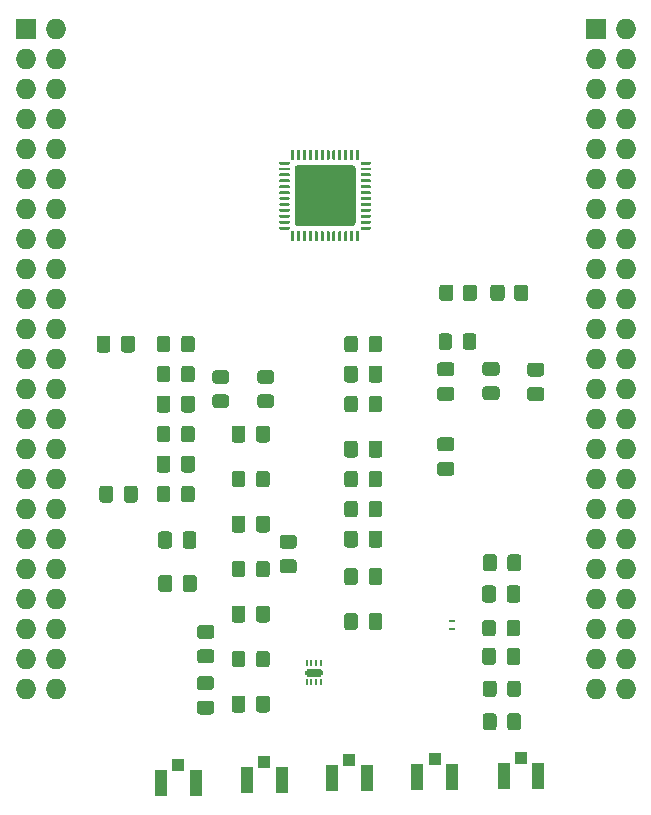
<source format=gbr>
%TF.GenerationSoftware,KiCad,Pcbnew,(5.1.10)-1*%
%TF.CreationDate,2021-09-06T20:05:53-04:00*%
%TF.ProjectId,BeagleBone-Black-Cape,42656167-6c65-4426-9f6e-652d426c6163,rev?*%
%TF.SameCoordinates,Original*%
%TF.FileFunction,Soldermask,Top*%
%TF.FilePolarity,Negative*%
%FSLAX46Y46*%
G04 Gerber Fmt 4.6, Leading zero omitted, Abs format (unit mm)*
G04 Created by KiCad (PCBNEW (5.1.10)-1) date 2021-09-06 20:05:53*
%MOMM*%
%LPD*%
G01*
G04 APERTURE LIST*
%ADD10C,0.152400*%
%ADD11R,0.500000X0.250000*%
%ADD12R,1.244600X0.762000*%
%ADD13R,0.203200X0.558800*%
%ADD14R,1.050000X2.200000*%
%ADD15R,1.000000X1.050000*%
%ADD16R,1.727200X1.727200*%
%ADD17O,1.727200X1.727200*%
G04 APERTURE END LIST*
D10*
%TO.C,U2*%
X140131800Y-116865400D02*
X140131800Y-116967000D01*
X140081000Y-116865400D02*
X140131800Y-116865400D01*
X140081000Y-116967000D02*
X140081000Y-116865400D01*
X140131800Y-116967000D02*
X140081000Y-116967000D01*
X140131800Y-116865400D02*
X140131800Y-116763800D01*
X140081000Y-116865400D02*
X140131800Y-116865400D01*
X140081000Y-116763800D02*
X140081000Y-116865400D01*
X140131800Y-116763800D02*
X140081000Y-116763800D01*
X141376400Y-116865400D02*
X141376400Y-116967000D01*
X141427200Y-116865400D02*
X141376400Y-116865400D01*
X141427200Y-116967000D02*
X141427200Y-116865400D01*
X141376400Y-116967000D02*
X141427200Y-116967000D01*
X141376400Y-116865400D02*
X141376400Y-116763800D01*
X141427200Y-116865400D02*
X141376400Y-116865400D01*
X141427200Y-116763800D02*
X141427200Y-116865400D01*
X141376400Y-116763800D02*
X141427200Y-116763800D01*
%TD*%
D11*
%TO.C,CR13*%
X152488900Y-112527200D03*
X152488900Y-113177200D03*
%TD*%
D12*
%TO.C,U2*%
X140754100Y-116865400D03*
D13*
X141354099Y-117640100D03*
X140954100Y-117640100D03*
X140554100Y-117640100D03*
X140154101Y-117640100D03*
X140154101Y-116090700D03*
X140554100Y-116090700D03*
X140954100Y-116090700D03*
X141354099Y-116090700D03*
%TD*%
%TO.C,Z63*%
G36*
G01*
X156229900Y-120556000D02*
X156229900Y-121506000D01*
G75*
G02*
X155979900Y-121756000I-250000J0D01*
G01*
X155304900Y-121756000D01*
G75*
G02*
X155054900Y-121506000I0J250000D01*
G01*
X155054900Y-120556000D01*
G75*
G02*
X155304900Y-120306000I250000J0D01*
G01*
X155979900Y-120306000D01*
G75*
G02*
X156229900Y-120556000I0J-250000D01*
G01*
G37*
G36*
G01*
X158304900Y-120556000D02*
X158304900Y-121506000D01*
G75*
G02*
X158054900Y-121756000I-250000J0D01*
G01*
X157379900Y-121756000D01*
G75*
G02*
X157129900Y-121506000I0J250000D01*
G01*
X157129900Y-120556000D01*
G75*
G02*
X157379900Y-120306000I250000J0D01*
G01*
X158054900Y-120306000D01*
G75*
G02*
X158304900Y-120556000I0J-250000D01*
G01*
G37*
%TD*%
%TO.C,Z62*%
G36*
G01*
X156229900Y-117786999D02*
X156229900Y-118687001D01*
G75*
G02*
X155979901Y-118937000I-249999J0D01*
G01*
X155329899Y-118937000D01*
G75*
G02*
X155079900Y-118687001I0J249999D01*
G01*
X155079900Y-117786999D01*
G75*
G02*
X155329899Y-117537000I249999J0D01*
G01*
X155979901Y-117537000D01*
G75*
G02*
X156229900Y-117786999I0J-249999D01*
G01*
G37*
G36*
G01*
X158279900Y-117786999D02*
X158279900Y-118687001D01*
G75*
G02*
X158029901Y-118937000I-249999J0D01*
G01*
X157379899Y-118937000D01*
G75*
G02*
X157129900Y-118687001I0J249999D01*
G01*
X157129900Y-117786999D01*
G75*
G02*
X157379899Y-117537000I249999J0D01*
G01*
X158029901Y-117537000D01*
G75*
G02*
X158279900Y-117786999I0J-249999D01*
G01*
G37*
%TD*%
%TO.C,Z61*%
G36*
G01*
X156179100Y-115018800D02*
X156179100Y-115968800D01*
G75*
G02*
X155929100Y-116218800I-250000J0D01*
G01*
X155254100Y-116218800D01*
G75*
G02*
X155004100Y-115968800I0J250000D01*
G01*
X155004100Y-115018800D01*
G75*
G02*
X155254100Y-114768800I250000J0D01*
G01*
X155929100Y-114768800D01*
G75*
G02*
X156179100Y-115018800I0J-250000D01*
G01*
G37*
G36*
G01*
X158254100Y-115018800D02*
X158254100Y-115968800D01*
G75*
G02*
X158004100Y-116218800I-250000J0D01*
G01*
X157329100Y-116218800D01*
G75*
G02*
X157079100Y-115968800I0J250000D01*
G01*
X157079100Y-115018800D01*
G75*
G02*
X157329100Y-114768800I250000J0D01*
G01*
X158004100Y-114768800D01*
G75*
G02*
X158254100Y-115018800I0J-250000D01*
G01*
G37*
%TD*%
%TO.C,Z60*%
G36*
G01*
X157079100Y-113556201D02*
X157079100Y-112656199D01*
G75*
G02*
X157329099Y-112406200I249999J0D01*
G01*
X157979101Y-112406200D01*
G75*
G02*
X158229100Y-112656199I0J-249999D01*
G01*
X158229100Y-113556201D01*
G75*
G02*
X157979101Y-113806200I-249999J0D01*
G01*
X157329099Y-113806200D01*
G75*
G02*
X157079100Y-113556201I0J249999D01*
G01*
G37*
G36*
G01*
X155029100Y-113556201D02*
X155029100Y-112656199D01*
G75*
G02*
X155279099Y-112406200I249999J0D01*
G01*
X155929101Y-112406200D01*
G75*
G02*
X156179100Y-112656199I0J-249999D01*
G01*
X156179100Y-113556201D01*
G75*
G02*
X155929101Y-113806200I-249999J0D01*
G01*
X155279099Y-113806200D01*
G75*
G02*
X155029100Y-113556201I0J249999D01*
G01*
G37*
%TD*%
%TO.C,R54*%
G36*
G01*
X157714900Y-85159001D02*
X157714900Y-84258999D01*
G75*
G02*
X157964899Y-84009000I249999J0D01*
G01*
X158664901Y-84009000D01*
G75*
G02*
X158914900Y-84258999I0J-249999D01*
G01*
X158914900Y-85159001D01*
G75*
G02*
X158664901Y-85409000I-249999J0D01*
G01*
X157964899Y-85409000D01*
G75*
G02*
X157714900Y-85159001I0J249999D01*
G01*
G37*
G36*
G01*
X155714900Y-85159001D02*
X155714900Y-84258999D01*
G75*
G02*
X155964899Y-84009000I249999J0D01*
G01*
X156664901Y-84009000D01*
G75*
G02*
X156914900Y-84258999I0J-249999D01*
G01*
X156914900Y-85159001D01*
G75*
G02*
X156664901Y-85409000I-249999J0D01*
G01*
X155964899Y-85409000D01*
G75*
G02*
X155714900Y-85159001I0J249999D01*
G01*
G37*
%TD*%
%TO.C,R53*%
G36*
G01*
X153380900Y-85159001D02*
X153380900Y-84258999D01*
G75*
G02*
X153630899Y-84009000I249999J0D01*
G01*
X154330901Y-84009000D01*
G75*
G02*
X154580900Y-84258999I0J-249999D01*
G01*
X154580900Y-85159001D01*
G75*
G02*
X154330901Y-85409000I-249999J0D01*
G01*
X153630899Y-85409000D01*
G75*
G02*
X153380900Y-85159001I0J249999D01*
G01*
G37*
G36*
G01*
X151380900Y-85159001D02*
X151380900Y-84258999D01*
G75*
G02*
X151630899Y-84009000I249999J0D01*
G01*
X152330901Y-84009000D01*
G75*
G02*
X152580900Y-84258999I0J-249999D01*
G01*
X152580900Y-85159001D01*
G75*
G02*
X152330901Y-85409000I-249999J0D01*
G01*
X151630899Y-85409000D01*
G75*
G02*
X151380900Y-85159001I0J249999D01*
G01*
G37*
%TD*%
%TO.C,L62*%
G36*
G01*
X145395100Y-94582401D02*
X145395100Y-93682399D01*
G75*
G02*
X145645099Y-93432400I249999J0D01*
G01*
X146295101Y-93432400D01*
G75*
G02*
X146545100Y-93682399I0J-249999D01*
G01*
X146545100Y-94582401D01*
G75*
G02*
X146295101Y-94832400I-249999J0D01*
G01*
X145645099Y-94832400D01*
G75*
G02*
X145395100Y-94582401I0J249999D01*
G01*
G37*
G36*
G01*
X143345100Y-94582401D02*
X143345100Y-93682399D01*
G75*
G02*
X143595099Y-93432400I249999J0D01*
G01*
X144245101Y-93432400D01*
G75*
G02*
X144495100Y-93682399I0J-249999D01*
G01*
X144495100Y-94582401D01*
G75*
G02*
X144245101Y-94832400I-249999J0D01*
G01*
X143595099Y-94832400D01*
G75*
G02*
X143345100Y-94582401I0J249999D01*
G01*
G37*
%TD*%
%TO.C,L55*%
G36*
G01*
X144495100Y-102572399D02*
X144495100Y-103472401D01*
G75*
G02*
X144245101Y-103722400I-249999J0D01*
G01*
X143595099Y-103722400D01*
G75*
G02*
X143345100Y-103472401I0J249999D01*
G01*
X143345100Y-102572399D01*
G75*
G02*
X143595099Y-102322400I249999J0D01*
G01*
X144245101Y-102322400D01*
G75*
G02*
X144495100Y-102572399I0J-249999D01*
G01*
G37*
G36*
G01*
X146545100Y-102572399D02*
X146545100Y-103472401D01*
G75*
G02*
X146295101Y-103722400I-249999J0D01*
G01*
X145645099Y-103722400D01*
G75*
G02*
X145395100Y-103472401I0J249999D01*
G01*
X145395100Y-102572399D01*
G75*
G02*
X145645099Y-102322400I249999J0D01*
G01*
X146295101Y-102322400D01*
G75*
G02*
X146545100Y-102572399I0J-249999D01*
G01*
G37*
%TD*%
%TO.C,L54*%
G36*
G01*
X145395100Y-100932401D02*
X145395100Y-100032399D01*
G75*
G02*
X145645099Y-99782400I249999J0D01*
G01*
X146295101Y-99782400D01*
G75*
G02*
X146545100Y-100032399I0J-249999D01*
G01*
X146545100Y-100932401D01*
G75*
G02*
X146295101Y-101182400I-249999J0D01*
G01*
X145645099Y-101182400D01*
G75*
G02*
X145395100Y-100932401I0J249999D01*
G01*
G37*
G36*
G01*
X143345100Y-100932401D02*
X143345100Y-100032399D01*
G75*
G02*
X143595099Y-99782400I249999J0D01*
G01*
X144245101Y-99782400D01*
G75*
G02*
X144495100Y-100032399I0J-249999D01*
G01*
X144495100Y-100932401D01*
G75*
G02*
X144245101Y-101182400I-249999J0D01*
G01*
X143595099Y-101182400D01*
G75*
G02*
X143345100Y-100932401I0J249999D01*
G01*
G37*
%TD*%
%TO.C,L53*%
G36*
G01*
X152470700Y-88399199D02*
X152470700Y-89299201D01*
G75*
G02*
X152220701Y-89549200I-249999J0D01*
G01*
X151570699Y-89549200D01*
G75*
G02*
X151320700Y-89299201I0J249999D01*
G01*
X151320700Y-88399199D01*
G75*
G02*
X151570699Y-88149200I249999J0D01*
G01*
X152220701Y-88149200D01*
G75*
G02*
X152470700Y-88399199I0J-249999D01*
G01*
G37*
G36*
G01*
X154520700Y-88399199D02*
X154520700Y-89299201D01*
G75*
G02*
X154270701Y-89549200I-249999J0D01*
G01*
X153620699Y-89549200D01*
G75*
G02*
X153370700Y-89299201I0J249999D01*
G01*
X153370700Y-88399199D01*
G75*
G02*
X153620699Y-88149200I249999J0D01*
G01*
X154270701Y-88149200D01*
G75*
G02*
X154520700Y-88399199I0J-249999D01*
G01*
G37*
%TD*%
%TO.C,L52*%
G36*
G01*
X144495100Y-88602399D02*
X144495100Y-89502401D01*
G75*
G02*
X144245101Y-89752400I-249999J0D01*
G01*
X143595099Y-89752400D01*
G75*
G02*
X143345100Y-89502401I0J249999D01*
G01*
X143345100Y-88602399D01*
G75*
G02*
X143595099Y-88352400I249999J0D01*
G01*
X144245101Y-88352400D01*
G75*
G02*
X144495100Y-88602399I0J-249999D01*
G01*
G37*
G36*
G01*
X146545100Y-88602399D02*
X146545100Y-89502401D01*
G75*
G02*
X146295101Y-89752400I-249999J0D01*
G01*
X145645099Y-89752400D01*
G75*
G02*
X145395100Y-89502401I0J249999D01*
G01*
X145395100Y-88602399D01*
G75*
G02*
X145645099Y-88352400I249999J0D01*
G01*
X146295101Y-88352400D01*
G75*
G02*
X146545100Y-88602399I0J-249999D01*
G01*
G37*
%TD*%
%TO.C,C497*%
G36*
G01*
X145395100Y-106037400D02*
X145395100Y-105087400D01*
G75*
G02*
X145645100Y-104837400I250000J0D01*
G01*
X146320100Y-104837400D01*
G75*
G02*
X146570100Y-105087400I0J-250000D01*
G01*
X146570100Y-106037400D01*
G75*
G02*
X146320100Y-106287400I-250000J0D01*
G01*
X145645100Y-106287400D01*
G75*
G02*
X145395100Y-106037400I0J250000D01*
G01*
G37*
G36*
G01*
X143320100Y-106037400D02*
X143320100Y-105087400D01*
G75*
G02*
X143570100Y-104837400I250000J0D01*
G01*
X144245100Y-104837400D01*
G75*
G02*
X144495100Y-105087400I0J-250000D01*
G01*
X144495100Y-106037400D01*
G75*
G02*
X144245100Y-106287400I-250000J0D01*
G01*
X143570100Y-106287400D01*
G75*
G02*
X143320100Y-106037400I0J250000D01*
G01*
G37*
%TD*%
%TO.C,C496*%
G36*
G01*
X152405100Y-98127400D02*
X151455100Y-98127400D01*
G75*
G02*
X151205100Y-97877400I0J250000D01*
G01*
X151205100Y-97202400D01*
G75*
G02*
X151455100Y-96952400I250000J0D01*
G01*
X152405100Y-96952400D01*
G75*
G02*
X152655100Y-97202400I0J-250000D01*
G01*
X152655100Y-97877400D01*
G75*
G02*
X152405100Y-98127400I-250000J0D01*
G01*
G37*
G36*
G01*
X152405100Y-100202400D02*
X151455100Y-100202400D01*
G75*
G02*
X151205100Y-99952400I0J250000D01*
G01*
X151205100Y-99277400D01*
G75*
G02*
X151455100Y-99027400I250000J0D01*
G01*
X152405100Y-99027400D01*
G75*
G02*
X152655100Y-99277400I0J-250000D01*
G01*
X152655100Y-99952400D01*
G75*
G02*
X152405100Y-100202400I-250000J0D01*
G01*
G37*
%TD*%
%TO.C,C492*%
G36*
G01*
X128747100Y-105163600D02*
X128747100Y-106113600D01*
G75*
G02*
X128497100Y-106363600I-250000J0D01*
G01*
X127822100Y-106363600D01*
G75*
G02*
X127572100Y-106113600I0J250000D01*
G01*
X127572100Y-105163600D01*
G75*
G02*
X127822100Y-104913600I250000J0D01*
G01*
X128497100Y-104913600D01*
G75*
G02*
X128747100Y-105163600I0J-250000D01*
G01*
G37*
G36*
G01*
X130822100Y-105163600D02*
X130822100Y-106113600D01*
G75*
G02*
X130572100Y-106363600I-250000J0D01*
G01*
X129897100Y-106363600D01*
G75*
G02*
X129647100Y-106113600I0J250000D01*
G01*
X129647100Y-105163600D01*
G75*
G02*
X129897100Y-104913600I250000J0D01*
G01*
X130572100Y-104913600D01*
G75*
G02*
X130822100Y-105163600I0J-250000D01*
G01*
G37*
%TD*%
%TO.C,C491*%
G36*
G01*
X128772500Y-108846600D02*
X128772500Y-109796600D01*
G75*
G02*
X128522500Y-110046600I-250000J0D01*
G01*
X127847500Y-110046600D01*
G75*
G02*
X127597500Y-109796600I0J250000D01*
G01*
X127597500Y-108846600D01*
G75*
G02*
X127847500Y-108596600I250000J0D01*
G01*
X128522500Y-108596600D01*
G75*
G02*
X128772500Y-108846600I0J-250000D01*
G01*
G37*
G36*
G01*
X130847500Y-108846600D02*
X130847500Y-109796600D01*
G75*
G02*
X130597500Y-110046600I-250000J0D01*
G01*
X129922500Y-110046600D01*
G75*
G02*
X129672500Y-109796600I0J250000D01*
G01*
X129672500Y-108846600D01*
G75*
G02*
X129922500Y-108596600I250000J0D01*
G01*
X130597500Y-108596600D01*
G75*
G02*
X130847500Y-108846600I0J-250000D01*
G01*
G37*
%TD*%
%TO.C,C483*%
G36*
G01*
X157155300Y-108044000D02*
X157155300Y-107094000D01*
G75*
G02*
X157405300Y-106844000I250000J0D01*
G01*
X158080300Y-106844000D01*
G75*
G02*
X158330300Y-107094000I0J-250000D01*
G01*
X158330300Y-108044000D01*
G75*
G02*
X158080300Y-108294000I-250000J0D01*
G01*
X157405300Y-108294000D01*
G75*
G02*
X157155300Y-108044000I0J250000D01*
G01*
G37*
G36*
G01*
X155080300Y-108044000D02*
X155080300Y-107094000D01*
G75*
G02*
X155330300Y-106844000I250000J0D01*
G01*
X156005300Y-106844000D01*
G75*
G02*
X156255300Y-107094000I0J-250000D01*
G01*
X156255300Y-108044000D01*
G75*
G02*
X156005300Y-108294000I-250000J0D01*
G01*
X155330300Y-108294000D01*
G75*
G02*
X155080300Y-108044000I0J250000D01*
G01*
G37*
%TD*%
%TO.C,C482*%
G36*
G01*
X156179100Y-109735600D02*
X156179100Y-110685600D01*
G75*
G02*
X155929100Y-110935600I-250000J0D01*
G01*
X155254100Y-110935600D01*
G75*
G02*
X155004100Y-110685600I0J250000D01*
G01*
X155004100Y-109735600D01*
G75*
G02*
X155254100Y-109485600I250000J0D01*
G01*
X155929100Y-109485600D01*
G75*
G02*
X156179100Y-109735600I0J-250000D01*
G01*
G37*
G36*
G01*
X158254100Y-109735600D02*
X158254100Y-110685600D01*
G75*
G02*
X158004100Y-110935600I-250000J0D01*
G01*
X157329100Y-110935600D01*
G75*
G02*
X157079100Y-110685600I0J250000D01*
G01*
X157079100Y-109735600D01*
G75*
G02*
X157329100Y-109485600I250000J0D01*
G01*
X158004100Y-109485600D01*
G75*
G02*
X158254100Y-109735600I0J-250000D01*
G01*
G37*
%TD*%
%TO.C,C62*%
G36*
G01*
X145395100Y-98417400D02*
X145395100Y-97467400D01*
G75*
G02*
X145645100Y-97217400I250000J0D01*
G01*
X146320100Y-97217400D01*
G75*
G02*
X146570100Y-97467400I0J-250000D01*
G01*
X146570100Y-98417400D01*
G75*
G02*
X146320100Y-98667400I-250000J0D01*
G01*
X145645100Y-98667400D01*
G75*
G02*
X145395100Y-98417400I0J250000D01*
G01*
G37*
G36*
G01*
X143320100Y-98417400D02*
X143320100Y-97467400D01*
G75*
G02*
X143570100Y-97217400I250000J0D01*
G01*
X144245100Y-97217400D01*
G75*
G02*
X144495100Y-97467400I0J-250000D01*
G01*
X144495100Y-98417400D01*
G75*
G02*
X144245100Y-98667400I-250000J0D01*
G01*
X143570100Y-98667400D01*
G75*
G02*
X143320100Y-98417400I0J250000D01*
G01*
G37*
%TD*%
%TO.C,C61*%
G36*
G01*
X144495100Y-91117400D02*
X144495100Y-92067400D01*
G75*
G02*
X144245100Y-92317400I-250000J0D01*
G01*
X143570100Y-92317400D01*
G75*
G02*
X143320100Y-92067400I0J250000D01*
G01*
X143320100Y-91117400D01*
G75*
G02*
X143570100Y-90867400I250000J0D01*
G01*
X144245100Y-90867400D01*
G75*
G02*
X144495100Y-91117400I0J-250000D01*
G01*
G37*
G36*
G01*
X146570100Y-91117400D02*
X146570100Y-92067400D01*
G75*
G02*
X146320100Y-92317400I-250000J0D01*
G01*
X145645100Y-92317400D01*
G75*
G02*
X145395100Y-92067400I0J250000D01*
G01*
X145395100Y-91117400D01*
G75*
G02*
X145645100Y-90867400I250000J0D01*
G01*
X146320100Y-90867400D01*
G75*
G02*
X146570100Y-91117400I0J-250000D01*
G01*
G37*
%TD*%
%TO.C,C59*%
G36*
G01*
X145395100Y-113022400D02*
X145395100Y-112072400D01*
G75*
G02*
X145645100Y-111822400I250000J0D01*
G01*
X146320100Y-111822400D01*
G75*
G02*
X146570100Y-112072400I0J-250000D01*
G01*
X146570100Y-113022400D01*
G75*
G02*
X146320100Y-113272400I-250000J0D01*
G01*
X145645100Y-113272400D01*
G75*
G02*
X145395100Y-113022400I0J250000D01*
G01*
G37*
G36*
G01*
X143320100Y-113022400D02*
X143320100Y-112072400D01*
G75*
G02*
X143570100Y-111822400I250000J0D01*
G01*
X144245100Y-111822400D01*
G75*
G02*
X144495100Y-112072400I0J-250000D01*
G01*
X144495100Y-113022400D01*
G75*
G02*
X144245100Y-113272400I-250000J0D01*
G01*
X143570100Y-113272400D01*
G75*
G02*
X143320100Y-113022400I0J250000D01*
G01*
G37*
%TD*%
%TO.C,C58*%
G36*
G01*
X145395100Y-109212400D02*
X145395100Y-108262400D01*
G75*
G02*
X145645100Y-108012400I250000J0D01*
G01*
X146320100Y-108012400D01*
G75*
G02*
X146570100Y-108262400I0J-250000D01*
G01*
X146570100Y-109212400D01*
G75*
G02*
X146320100Y-109462400I-250000J0D01*
G01*
X145645100Y-109462400D01*
G75*
G02*
X145395100Y-109212400I0J250000D01*
G01*
G37*
G36*
G01*
X143320100Y-109212400D02*
X143320100Y-108262400D01*
G75*
G02*
X143570100Y-108012400I250000J0D01*
G01*
X144245100Y-108012400D01*
G75*
G02*
X144495100Y-108262400I0J-250000D01*
G01*
X144495100Y-109212400D01*
G75*
G02*
X144245100Y-109462400I-250000J0D01*
G01*
X143570100Y-109462400D01*
G75*
G02*
X143320100Y-109212400I0J250000D01*
G01*
G37*
%TD*%
%TO.C,C53*%
G36*
G01*
X151455100Y-92677400D02*
X152405100Y-92677400D01*
G75*
G02*
X152655100Y-92927400I0J-250000D01*
G01*
X152655100Y-93602400D01*
G75*
G02*
X152405100Y-93852400I-250000J0D01*
G01*
X151455100Y-93852400D01*
G75*
G02*
X151205100Y-93602400I0J250000D01*
G01*
X151205100Y-92927400D01*
G75*
G02*
X151455100Y-92677400I250000J0D01*
G01*
G37*
G36*
G01*
X151455100Y-90602400D02*
X152405100Y-90602400D01*
G75*
G02*
X152655100Y-90852400I0J-250000D01*
G01*
X152655100Y-91527400D01*
G75*
G02*
X152405100Y-91777400I-250000J0D01*
G01*
X151455100Y-91777400D01*
G75*
G02*
X151205100Y-91527400I0J250000D01*
G01*
X151205100Y-90852400D01*
G75*
G02*
X151455100Y-90602400I250000J0D01*
G01*
G37*
%TD*%
%TO.C,C52*%
G36*
G01*
X159075100Y-92702800D02*
X160025100Y-92702800D01*
G75*
G02*
X160275100Y-92952800I0J-250000D01*
G01*
X160275100Y-93627800D01*
G75*
G02*
X160025100Y-93877800I-250000J0D01*
G01*
X159075100Y-93877800D01*
G75*
G02*
X158825100Y-93627800I0J250000D01*
G01*
X158825100Y-92952800D01*
G75*
G02*
X159075100Y-92702800I250000J0D01*
G01*
G37*
G36*
G01*
X159075100Y-90627800D02*
X160025100Y-90627800D01*
G75*
G02*
X160275100Y-90877800I0J-250000D01*
G01*
X160275100Y-91552800D01*
G75*
G02*
X160025100Y-91802800I-250000J0D01*
G01*
X159075100Y-91802800D01*
G75*
G02*
X158825100Y-91552800I0J250000D01*
G01*
X158825100Y-90877800D01*
G75*
G02*
X159075100Y-90627800I250000J0D01*
G01*
G37*
%TD*%
%TO.C,C51*%
G36*
G01*
X155290500Y-92626600D02*
X156240500Y-92626600D01*
G75*
G02*
X156490500Y-92876600I0J-250000D01*
G01*
X156490500Y-93551600D01*
G75*
G02*
X156240500Y-93801600I-250000J0D01*
G01*
X155290500Y-93801600D01*
G75*
G02*
X155040500Y-93551600I0J250000D01*
G01*
X155040500Y-92876600D01*
G75*
G02*
X155290500Y-92626600I250000J0D01*
G01*
G37*
G36*
G01*
X155290500Y-90551600D02*
X156240500Y-90551600D01*
G75*
G02*
X156490500Y-90801600I0J-250000D01*
G01*
X156490500Y-91476600D01*
G75*
G02*
X156240500Y-91726600I-250000J0D01*
G01*
X155290500Y-91726600D01*
G75*
G02*
X155040500Y-91476600I0J250000D01*
G01*
X155040500Y-90801600D01*
G75*
G02*
X155290500Y-90551600I250000J0D01*
G01*
G37*
%TD*%
%TO.C,C36*%
G36*
G01*
X132059700Y-118345800D02*
X131109700Y-118345800D01*
G75*
G02*
X130859700Y-118095800I0J250000D01*
G01*
X130859700Y-117420800D01*
G75*
G02*
X131109700Y-117170800I250000J0D01*
G01*
X132059700Y-117170800D01*
G75*
G02*
X132309700Y-117420800I0J-250000D01*
G01*
X132309700Y-118095800D01*
G75*
G02*
X132059700Y-118345800I-250000J0D01*
G01*
G37*
G36*
G01*
X132059700Y-120420800D02*
X131109700Y-120420800D01*
G75*
G02*
X130859700Y-120170800I0J250000D01*
G01*
X130859700Y-119495800D01*
G75*
G02*
X131109700Y-119245800I250000J0D01*
G01*
X132059700Y-119245800D01*
G75*
G02*
X132309700Y-119495800I0J-250000D01*
G01*
X132309700Y-120170800D01*
G75*
G02*
X132059700Y-120420800I-250000J0D01*
G01*
G37*
%TD*%
D14*
%TO.C,AE5*%
X152465300Y-125722400D03*
D15*
X150990300Y-124197400D03*
D14*
X149515300Y-125722400D03*
%TD*%
%TO.C,AE4*%
X159780500Y-125646200D03*
D15*
X158305500Y-124121200D03*
D14*
X156830500Y-125646200D03*
%TD*%
%TO.C,AE3*%
X145251700Y-125773200D03*
D15*
X143776700Y-124248200D03*
D14*
X142301700Y-125773200D03*
%TD*%
%TO.C,AE2*%
X138038100Y-126001800D03*
D15*
X136563100Y-124476800D03*
D14*
X135088100Y-126001800D03*
%TD*%
%TO.C,AE1*%
X130773700Y-126179600D03*
D15*
X129298700Y-124654600D03*
D14*
X127823700Y-126179600D03*
%TD*%
%TO.C,U1*%
G36*
G01*
X138656800Y-79354400D02*
X137906800Y-79354400D01*
G75*
G02*
X137844300Y-79291900I0J62500D01*
G01*
X137844300Y-79166900D01*
G75*
G02*
X137906800Y-79104400I62500J0D01*
G01*
X138656800Y-79104400D01*
G75*
G02*
X138719300Y-79166900I0J-62500D01*
G01*
X138719300Y-79291900D01*
G75*
G02*
X138656800Y-79354400I-62500J0D01*
G01*
G37*
G36*
G01*
X138656800Y-78854400D02*
X137906800Y-78854400D01*
G75*
G02*
X137844300Y-78791900I0J62500D01*
G01*
X137844300Y-78666900D01*
G75*
G02*
X137906800Y-78604400I62500J0D01*
G01*
X138656800Y-78604400D01*
G75*
G02*
X138719300Y-78666900I0J-62500D01*
G01*
X138719300Y-78791900D01*
G75*
G02*
X138656800Y-78854400I-62500J0D01*
G01*
G37*
G36*
G01*
X138656800Y-78354400D02*
X137906800Y-78354400D01*
G75*
G02*
X137844300Y-78291900I0J62500D01*
G01*
X137844300Y-78166900D01*
G75*
G02*
X137906800Y-78104400I62500J0D01*
G01*
X138656800Y-78104400D01*
G75*
G02*
X138719300Y-78166900I0J-62500D01*
G01*
X138719300Y-78291900D01*
G75*
G02*
X138656800Y-78354400I-62500J0D01*
G01*
G37*
G36*
G01*
X138656800Y-77854400D02*
X137906800Y-77854400D01*
G75*
G02*
X137844300Y-77791900I0J62500D01*
G01*
X137844300Y-77666900D01*
G75*
G02*
X137906800Y-77604400I62500J0D01*
G01*
X138656800Y-77604400D01*
G75*
G02*
X138719300Y-77666900I0J-62500D01*
G01*
X138719300Y-77791900D01*
G75*
G02*
X138656800Y-77854400I-62500J0D01*
G01*
G37*
G36*
G01*
X138656800Y-77354400D02*
X137906800Y-77354400D01*
G75*
G02*
X137844300Y-77291900I0J62500D01*
G01*
X137844300Y-77166900D01*
G75*
G02*
X137906800Y-77104400I62500J0D01*
G01*
X138656800Y-77104400D01*
G75*
G02*
X138719300Y-77166900I0J-62500D01*
G01*
X138719300Y-77291900D01*
G75*
G02*
X138656800Y-77354400I-62500J0D01*
G01*
G37*
G36*
G01*
X138656800Y-76854400D02*
X137906800Y-76854400D01*
G75*
G02*
X137844300Y-76791900I0J62500D01*
G01*
X137844300Y-76666900D01*
G75*
G02*
X137906800Y-76604400I62500J0D01*
G01*
X138656800Y-76604400D01*
G75*
G02*
X138719300Y-76666900I0J-62500D01*
G01*
X138719300Y-76791900D01*
G75*
G02*
X138656800Y-76854400I-62500J0D01*
G01*
G37*
G36*
G01*
X138656800Y-76354400D02*
X137906800Y-76354400D01*
G75*
G02*
X137844300Y-76291900I0J62500D01*
G01*
X137844300Y-76166900D01*
G75*
G02*
X137906800Y-76104400I62500J0D01*
G01*
X138656800Y-76104400D01*
G75*
G02*
X138719300Y-76166900I0J-62500D01*
G01*
X138719300Y-76291900D01*
G75*
G02*
X138656800Y-76354400I-62500J0D01*
G01*
G37*
G36*
G01*
X138656800Y-75854400D02*
X137906800Y-75854400D01*
G75*
G02*
X137844300Y-75791900I0J62500D01*
G01*
X137844300Y-75666900D01*
G75*
G02*
X137906800Y-75604400I62500J0D01*
G01*
X138656800Y-75604400D01*
G75*
G02*
X138719300Y-75666900I0J-62500D01*
G01*
X138719300Y-75791900D01*
G75*
G02*
X138656800Y-75854400I-62500J0D01*
G01*
G37*
G36*
G01*
X138656800Y-75354400D02*
X137906800Y-75354400D01*
G75*
G02*
X137844300Y-75291900I0J62500D01*
G01*
X137844300Y-75166900D01*
G75*
G02*
X137906800Y-75104400I62500J0D01*
G01*
X138656800Y-75104400D01*
G75*
G02*
X138719300Y-75166900I0J-62500D01*
G01*
X138719300Y-75291900D01*
G75*
G02*
X138656800Y-75354400I-62500J0D01*
G01*
G37*
G36*
G01*
X138656800Y-74854400D02*
X137906800Y-74854400D01*
G75*
G02*
X137844300Y-74791900I0J62500D01*
G01*
X137844300Y-74666900D01*
G75*
G02*
X137906800Y-74604400I62500J0D01*
G01*
X138656800Y-74604400D01*
G75*
G02*
X138719300Y-74666900I0J-62500D01*
G01*
X138719300Y-74791900D01*
G75*
G02*
X138656800Y-74854400I-62500J0D01*
G01*
G37*
G36*
G01*
X138656800Y-74354400D02*
X137906800Y-74354400D01*
G75*
G02*
X137844300Y-74291900I0J62500D01*
G01*
X137844300Y-74166900D01*
G75*
G02*
X137906800Y-74104400I62500J0D01*
G01*
X138656800Y-74104400D01*
G75*
G02*
X138719300Y-74166900I0J-62500D01*
G01*
X138719300Y-74291900D01*
G75*
G02*
X138656800Y-74354400I-62500J0D01*
G01*
G37*
G36*
G01*
X138656800Y-73854400D02*
X137906800Y-73854400D01*
G75*
G02*
X137844300Y-73791900I0J62500D01*
G01*
X137844300Y-73666900D01*
G75*
G02*
X137906800Y-73604400I62500J0D01*
G01*
X138656800Y-73604400D01*
G75*
G02*
X138719300Y-73666900I0J-62500D01*
G01*
X138719300Y-73791900D01*
G75*
G02*
X138656800Y-73854400I-62500J0D01*
G01*
G37*
G36*
G01*
X139031800Y-73479400D02*
X138906800Y-73479400D01*
G75*
G02*
X138844300Y-73416900I0J62500D01*
G01*
X138844300Y-72666900D01*
G75*
G02*
X138906800Y-72604400I62500J0D01*
G01*
X139031800Y-72604400D01*
G75*
G02*
X139094300Y-72666900I0J-62500D01*
G01*
X139094300Y-73416900D01*
G75*
G02*
X139031800Y-73479400I-62500J0D01*
G01*
G37*
G36*
G01*
X139531800Y-73479400D02*
X139406800Y-73479400D01*
G75*
G02*
X139344300Y-73416900I0J62500D01*
G01*
X139344300Y-72666900D01*
G75*
G02*
X139406800Y-72604400I62500J0D01*
G01*
X139531800Y-72604400D01*
G75*
G02*
X139594300Y-72666900I0J-62500D01*
G01*
X139594300Y-73416900D01*
G75*
G02*
X139531800Y-73479400I-62500J0D01*
G01*
G37*
G36*
G01*
X140031800Y-73479400D02*
X139906800Y-73479400D01*
G75*
G02*
X139844300Y-73416900I0J62500D01*
G01*
X139844300Y-72666900D01*
G75*
G02*
X139906800Y-72604400I62500J0D01*
G01*
X140031800Y-72604400D01*
G75*
G02*
X140094300Y-72666900I0J-62500D01*
G01*
X140094300Y-73416900D01*
G75*
G02*
X140031800Y-73479400I-62500J0D01*
G01*
G37*
G36*
G01*
X140531800Y-73479400D02*
X140406800Y-73479400D01*
G75*
G02*
X140344300Y-73416900I0J62500D01*
G01*
X140344300Y-72666900D01*
G75*
G02*
X140406800Y-72604400I62500J0D01*
G01*
X140531800Y-72604400D01*
G75*
G02*
X140594300Y-72666900I0J-62500D01*
G01*
X140594300Y-73416900D01*
G75*
G02*
X140531800Y-73479400I-62500J0D01*
G01*
G37*
G36*
G01*
X141031800Y-73479400D02*
X140906800Y-73479400D01*
G75*
G02*
X140844300Y-73416900I0J62500D01*
G01*
X140844300Y-72666900D01*
G75*
G02*
X140906800Y-72604400I62500J0D01*
G01*
X141031800Y-72604400D01*
G75*
G02*
X141094300Y-72666900I0J-62500D01*
G01*
X141094300Y-73416900D01*
G75*
G02*
X141031800Y-73479400I-62500J0D01*
G01*
G37*
G36*
G01*
X141531800Y-73479400D02*
X141406800Y-73479400D01*
G75*
G02*
X141344300Y-73416900I0J62500D01*
G01*
X141344300Y-72666900D01*
G75*
G02*
X141406800Y-72604400I62500J0D01*
G01*
X141531800Y-72604400D01*
G75*
G02*
X141594300Y-72666900I0J-62500D01*
G01*
X141594300Y-73416900D01*
G75*
G02*
X141531800Y-73479400I-62500J0D01*
G01*
G37*
G36*
G01*
X142031800Y-73479400D02*
X141906800Y-73479400D01*
G75*
G02*
X141844300Y-73416900I0J62500D01*
G01*
X141844300Y-72666900D01*
G75*
G02*
X141906800Y-72604400I62500J0D01*
G01*
X142031800Y-72604400D01*
G75*
G02*
X142094300Y-72666900I0J-62500D01*
G01*
X142094300Y-73416900D01*
G75*
G02*
X142031800Y-73479400I-62500J0D01*
G01*
G37*
G36*
G01*
X142531800Y-73479400D02*
X142406800Y-73479400D01*
G75*
G02*
X142344300Y-73416900I0J62500D01*
G01*
X142344300Y-72666900D01*
G75*
G02*
X142406800Y-72604400I62500J0D01*
G01*
X142531800Y-72604400D01*
G75*
G02*
X142594300Y-72666900I0J-62500D01*
G01*
X142594300Y-73416900D01*
G75*
G02*
X142531800Y-73479400I-62500J0D01*
G01*
G37*
G36*
G01*
X143031800Y-73479400D02*
X142906800Y-73479400D01*
G75*
G02*
X142844300Y-73416900I0J62500D01*
G01*
X142844300Y-72666900D01*
G75*
G02*
X142906800Y-72604400I62500J0D01*
G01*
X143031800Y-72604400D01*
G75*
G02*
X143094300Y-72666900I0J-62500D01*
G01*
X143094300Y-73416900D01*
G75*
G02*
X143031800Y-73479400I-62500J0D01*
G01*
G37*
G36*
G01*
X143531800Y-73479400D02*
X143406800Y-73479400D01*
G75*
G02*
X143344300Y-73416900I0J62500D01*
G01*
X143344300Y-72666900D01*
G75*
G02*
X143406800Y-72604400I62500J0D01*
G01*
X143531800Y-72604400D01*
G75*
G02*
X143594300Y-72666900I0J-62500D01*
G01*
X143594300Y-73416900D01*
G75*
G02*
X143531800Y-73479400I-62500J0D01*
G01*
G37*
G36*
G01*
X144031800Y-73479400D02*
X143906800Y-73479400D01*
G75*
G02*
X143844300Y-73416900I0J62500D01*
G01*
X143844300Y-72666900D01*
G75*
G02*
X143906800Y-72604400I62500J0D01*
G01*
X144031800Y-72604400D01*
G75*
G02*
X144094300Y-72666900I0J-62500D01*
G01*
X144094300Y-73416900D01*
G75*
G02*
X144031800Y-73479400I-62500J0D01*
G01*
G37*
G36*
G01*
X144531800Y-73479400D02*
X144406800Y-73479400D01*
G75*
G02*
X144344300Y-73416900I0J62500D01*
G01*
X144344300Y-72666900D01*
G75*
G02*
X144406800Y-72604400I62500J0D01*
G01*
X144531800Y-72604400D01*
G75*
G02*
X144594300Y-72666900I0J-62500D01*
G01*
X144594300Y-73416900D01*
G75*
G02*
X144531800Y-73479400I-62500J0D01*
G01*
G37*
G36*
G01*
X145531800Y-73854400D02*
X144781800Y-73854400D01*
G75*
G02*
X144719300Y-73791900I0J62500D01*
G01*
X144719300Y-73666900D01*
G75*
G02*
X144781800Y-73604400I62500J0D01*
G01*
X145531800Y-73604400D01*
G75*
G02*
X145594300Y-73666900I0J-62500D01*
G01*
X145594300Y-73791900D01*
G75*
G02*
X145531800Y-73854400I-62500J0D01*
G01*
G37*
G36*
G01*
X145531800Y-74354400D02*
X144781800Y-74354400D01*
G75*
G02*
X144719300Y-74291900I0J62500D01*
G01*
X144719300Y-74166900D01*
G75*
G02*
X144781800Y-74104400I62500J0D01*
G01*
X145531800Y-74104400D01*
G75*
G02*
X145594300Y-74166900I0J-62500D01*
G01*
X145594300Y-74291900D01*
G75*
G02*
X145531800Y-74354400I-62500J0D01*
G01*
G37*
G36*
G01*
X145531800Y-74854400D02*
X144781800Y-74854400D01*
G75*
G02*
X144719300Y-74791900I0J62500D01*
G01*
X144719300Y-74666900D01*
G75*
G02*
X144781800Y-74604400I62500J0D01*
G01*
X145531800Y-74604400D01*
G75*
G02*
X145594300Y-74666900I0J-62500D01*
G01*
X145594300Y-74791900D01*
G75*
G02*
X145531800Y-74854400I-62500J0D01*
G01*
G37*
G36*
G01*
X145531800Y-75354400D02*
X144781800Y-75354400D01*
G75*
G02*
X144719300Y-75291900I0J62500D01*
G01*
X144719300Y-75166900D01*
G75*
G02*
X144781800Y-75104400I62500J0D01*
G01*
X145531800Y-75104400D01*
G75*
G02*
X145594300Y-75166900I0J-62500D01*
G01*
X145594300Y-75291900D01*
G75*
G02*
X145531800Y-75354400I-62500J0D01*
G01*
G37*
G36*
G01*
X145531800Y-75854400D02*
X144781800Y-75854400D01*
G75*
G02*
X144719300Y-75791900I0J62500D01*
G01*
X144719300Y-75666900D01*
G75*
G02*
X144781800Y-75604400I62500J0D01*
G01*
X145531800Y-75604400D01*
G75*
G02*
X145594300Y-75666900I0J-62500D01*
G01*
X145594300Y-75791900D01*
G75*
G02*
X145531800Y-75854400I-62500J0D01*
G01*
G37*
G36*
G01*
X145531800Y-76354400D02*
X144781800Y-76354400D01*
G75*
G02*
X144719300Y-76291900I0J62500D01*
G01*
X144719300Y-76166900D01*
G75*
G02*
X144781800Y-76104400I62500J0D01*
G01*
X145531800Y-76104400D01*
G75*
G02*
X145594300Y-76166900I0J-62500D01*
G01*
X145594300Y-76291900D01*
G75*
G02*
X145531800Y-76354400I-62500J0D01*
G01*
G37*
G36*
G01*
X145531800Y-76854400D02*
X144781800Y-76854400D01*
G75*
G02*
X144719300Y-76791900I0J62500D01*
G01*
X144719300Y-76666900D01*
G75*
G02*
X144781800Y-76604400I62500J0D01*
G01*
X145531800Y-76604400D01*
G75*
G02*
X145594300Y-76666900I0J-62500D01*
G01*
X145594300Y-76791900D01*
G75*
G02*
X145531800Y-76854400I-62500J0D01*
G01*
G37*
G36*
G01*
X145531800Y-77354400D02*
X144781800Y-77354400D01*
G75*
G02*
X144719300Y-77291900I0J62500D01*
G01*
X144719300Y-77166900D01*
G75*
G02*
X144781800Y-77104400I62500J0D01*
G01*
X145531800Y-77104400D01*
G75*
G02*
X145594300Y-77166900I0J-62500D01*
G01*
X145594300Y-77291900D01*
G75*
G02*
X145531800Y-77354400I-62500J0D01*
G01*
G37*
G36*
G01*
X145531800Y-77854400D02*
X144781800Y-77854400D01*
G75*
G02*
X144719300Y-77791900I0J62500D01*
G01*
X144719300Y-77666900D01*
G75*
G02*
X144781800Y-77604400I62500J0D01*
G01*
X145531800Y-77604400D01*
G75*
G02*
X145594300Y-77666900I0J-62500D01*
G01*
X145594300Y-77791900D01*
G75*
G02*
X145531800Y-77854400I-62500J0D01*
G01*
G37*
G36*
G01*
X145531800Y-78354400D02*
X144781800Y-78354400D01*
G75*
G02*
X144719300Y-78291900I0J62500D01*
G01*
X144719300Y-78166900D01*
G75*
G02*
X144781800Y-78104400I62500J0D01*
G01*
X145531800Y-78104400D01*
G75*
G02*
X145594300Y-78166900I0J-62500D01*
G01*
X145594300Y-78291900D01*
G75*
G02*
X145531800Y-78354400I-62500J0D01*
G01*
G37*
G36*
G01*
X145531800Y-78854400D02*
X144781800Y-78854400D01*
G75*
G02*
X144719300Y-78791900I0J62500D01*
G01*
X144719300Y-78666900D01*
G75*
G02*
X144781800Y-78604400I62500J0D01*
G01*
X145531800Y-78604400D01*
G75*
G02*
X145594300Y-78666900I0J-62500D01*
G01*
X145594300Y-78791900D01*
G75*
G02*
X145531800Y-78854400I-62500J0D01*
G01*
G37*
G36*
G01*
X145531800Y-79354400D02*
X144781800Y-79354400D01*
G75*
G02*
X144719300Y-79291900I0J62500D01*
G01*
X144719300Y-79166900D01*
G75*
G02*
X144781800Y-79104400I62500J0D01*
G01*
X145531800Y-79104400D01*
G75*
G02*
X145594300Y-79166900I0J-62500D01*
G01*
X145594300Y-79291900D01*
G75*
G02*
X145531800Y-79354400I-62500J0D01*
G01*
G37*
G36*
G01*
X144531800Y-80354400D02*
X144406800Y-80354400D01*
G75*
G02*
X144344300Y-80291900I0J62500D01*
G01*
X144344300Y-79541900D01*
G75*
G02*
X144406800Y-79479400I62500J0D01*
G01*
X144531800Y-79479400D01*
G75*
G02*
X144594300Y-79541900I0J-62500D01*
G01*
X144594300Y-80291900D01*
G75*
G02*
X144531800Y-80354400I-62500J0D01*
G01*
G37*
G36*
G01*
X144031800Y-80354400D02*
X143906800Y-80354400D01*
G75*
G02*
X143844300Y-80291900I0J62500D01*
G01*
X143844300Y-79541900D01*
G75*
G02*
X143906800Y-79479400I62500J0D01*
G01*
X144031800Y-79479400D01*
G75*
G02*
X144094300Y-79541900I0J-62500D01*
G01*
X144094300Y-80291900D01*
G75*
G02*
X144031800Y-80354400I-62500J0D01*
G01*
G37*
G36*
G01*
X143531800Y-80354400D02*
X143406800Y-80354400D01*
G75*
G02*
X143344300Y-80291900I0J62500D01*
G01*
X143344300Y-79541900D01*
G75*
G02*
X143406800Y-79479400I62500J0D01*
G01*
X143531800Y-79479400D01*
G75*
G02*
X143594300Y-79541900I0J-62500D01*
G01*
X143594300Y-80291900D01*
G75*
G02*
X143531800Y-80354400I-62500J0D01*
G01*
G37*
G36*
G01*
X143031800Y-80354400D02*
X142906800Y-80354400D01*
G75*
G02*
X142844300Y-80291900I0J62500D01*
G01*
X142844300Y-79541900D01*
G75*
G02*
X142906800Y-79479400I62500J0D01*
G01*
X143031800Y-79479400D01*
G75*
G02*
X143094300Y-79541900I0J-62500D01*
G01*
X143094300Y-80291900D01*
G75*
G02*
X143031800Y-80354400I-62500J0D01*
G01*
G37*
G36*
G01*
X142531800Y-80354400D02*
X142406800Y-80354400D01*
G75*
G02*
X142344300Y-80291900I0J62500D01*
G01*
X142344300Y-79541900D01*
G75*
G02*
X142406800Y-79479400I62500J0D01*
G01*
X142531800Y-79479400D01*
G75*
G02*
X142594300Y-79541900I0J-62500D01*
G01*
X142594300Y-80291900D01*
G75*
G02*
X142531800Y-80354400I-62500J0D01*
G01*
G37*
G36*
G01*
X142031800Y-80354400D02*
X141906800Y-80354400D01*
G75*
G02*
X141844300Y-80291900I0J62500D01*
G01*
X141844300Y-79541900D01*
G75*
G02*
X141906800Y-79479400I62500J0D01*
G01*
X142031800Y-79479400D01*
G75*
G02*
X142094300Y-79541900I0J-62500D01*
G01*
X142094300Y-80291900D01*
G75*
G02*
X142031800Y-80354400I-62500J0D01*
G01*
G37*
G36*
G01*
X141531800Y-80354400D02*
X141406800Y-80354400D01*
G75*
G02*
X141344300Y-80291900I0J62500D01*
G01*
X141344300Y-79541900D01*
G75*
G02*
X141406800Y-79479400I62500J0D01*
G01*
X141531800Y-79479400D01*
G75*
G02*
X141594300Y-79541900I0J-62500D01*
G01*
X141594300Y-80291900D01*
G75*
G02*
X141531800Y-80354400I-62500J0D01*
G01*
G37*
G36*
G01*
X141031800Y-80354400D02*
X140906800Y-80354400D01*
G75*
G02*
X140844300Y-80291900I0J62500D01*
G01*
X140844300Y-79541900D01*
G75*
G02*
X140906800Y-79479400I62500J0D01*
G01*
X141031800Y-79479400D01*
G75*
G02*
X141094300Y-79541900I0J-62500D01*
G01*
X141094300Y-80291900D01*
G75*
G02*
X141031800Y-80354400I-62500J0D01*
G01*
G37*
G36*
G01*
X140531800Y-80354400D02*
X140406800Y-80354400D01*
G75*
G02*
X140344300Y-80291900I0J62500D01*
G01*
X140344300Y-79541900D01*
G75*
G02*
X140406800Y-79479400I62500J0D01*
G01*
X140531800Y-79479400D01*
G75*
G02*
X140594300Y-79541900I0J-62500D01*
G01*
X140594300Y-80291900D01*
G75*
G02*
X140531800Y-80354400I-62500J0D01*
G01*
G37*
G36*
G01*
X140031800Y-80354400D02*
X139906800Y-80354400D01*
G75*
G02*
X139844300Y-80291900I0J62500D01*
G01*
X139844300Y-79541900D01*
G75*
G02*
X139906800Y-79479400I62500J0D01*
G01*
X140031800Y-79479400D01*
G75*
G02*
X140094300Y-79541900I0J-62500D01*
G01*
X140094300Y-80291900D01*
G75*
G02*
X140031800Y-80354400I-62500J0D01*
G01*
G37*
G36*
G01*
X139531800Y-80354400D02*
X139406800Y-80354400D01*
G75*
G02*
X139344300Y-80291900I0J62500D01*
G01*
X139344300Y-79541900D01*
G75*
G02*
X139406800Y-79479400I62500J0D01*
G01*
X139531800Y-79479400D01*
G75*
G02*
X139594300Y-79541900I0J-62500D01*
G01*
X139594300Y-80291900D01*
G75*
G02*
X139531800Y-80354400I-62500J0D01*
G01*
G37*
G36*
G01*
X139031800Y-80354400D02*
X138906800Y-80354400D01*
G75*
G02*
X138844300Y-80291900I0J62500D01*
G01*
X138844300Y-79541900D01*
G75*
G02*
X138906800Y-79479400I62500J0D01*
G01*
X139031800Y-79479400D01*
G75*
G02*
X139094300Y-79541900I0J-62500D01*
G01*
X139094300Y-80291900D01*
G75*
G02*
X139031800Y-80354400I-62500J0D01*
G01*
G37*
G36*
G01*
X144044299Y-79054400D02*
X139394301Y-79054400D01*
G75*
G02*
X139144300Y-78804399I0J250001D01*
G01*
X139144300Y-74154401D01*
G75*
G02*
X139394301Y-73904400I250001J0D01*
G01*
X144044299Y-73904400D01*
G75*
G02*
X144294300Y-74154401I0J-250001D01*
G01*
X144294300Y-78804399D01*
G75*
G02*
X144044299Y-79054400I-250001J0D01*
G01*
G37*
%TD*%
%TO.C,L340*%
G36*
G01*
X132430099Y-93312400D02*
X133330101Y-93312400D01*
G75*
G02*
X133580100Y-93562399I0J-249999D01*
G01*
X133580100Y-94212401D01*
G75*
G02*
X133330101Y-94462400I-249999J0D01*
G01*
X132430099Y-94462400D01*
G75*
G02*
X132180100Y-94212401I0J249999D01*
G01*
X132180100Y-93562399D01*
G75*
G02*
X132430099Y-93312400I249999J0D01*
G01*
G37*
G36*
G01*
X132430099Y-91262400D02*
X133330101Y-91262400D01*
G75*
G02*
X133580100Y-91512399I0J-249999D01*
G01*
X133580100Y-92162401D01*
G75*
G02*
X133330101Y-92412400I-249999J0D01*
G01*
X132430099Y-92412400D01*
G75*
G02*
X132180100Y-92162401I0J249999D01*
G01*
X132180100Y-91512399D01*
G75*
G02*
X132430099Y-91262400I249999J0D01*
G01*
G37*
%TD*%
%TO.C,L339*%
G36*
G01*
X134970100Y-100032399D02*
X134970100Y-100932401D01*
G75*
G02*
X134720101Y-101182400I-249999J0D01*
G01*
X134070099Y-101182400D01*
G75*
G02*
X133820100Y-100932401I0J249999D01*
G01*
X133820100Y-100032399D01*
G75*
G02*
X134070099Y-99782400I249999J0D01*
G01*
X134720101Y-99782400D01*
G75*
G02*
X134970100Y-100032399I0J-249999D01*
G01*
G37*
G36*
G01*
X137020100Y-100032399D02*
X137020100Y-100932401D01*
G75*
G02*
X136770101Y-101182400I-249999J0D01*
G01*
X136120099Y-101182400D01*
G75*
G02*
X135870100Y-100932401I0J249999D01*
G01*
X135870100Y-100032399D01*
G75*
G02*
X136120099Y-99782400I249999J0D01*
G01*
X136770101Y-99782400D01*
G75*
G02*
X137020100Y-100032399I0J-249999D01*
G01*
G37*
%TD*%
%TO.C,L338*%
G36*
G01*
X136240099Y-93312400D02*
X137140101Y-93312400D01*
G75*
G02*
X137390100Y-93562399I0J-249999D01*
G01*
X137390100Y-94212401D01*
G75*
G02*
X137140101Y-94462400I-249999J0D01*
G01*
X136240099Y-94462400D01*
G75*
G02*
X135990100Y-94212401I0J249999D01*
G01*
X135990100Y-93562399D01*
G75*
G02*
X136240099Y-93312400I249999J0D01*
G01*
G37*
G36*
G01*
X136240099Y-91262400D02*
X137140101Y-91262400D01*
G75*
G02*
X137390100Y-91512399I0J-249999D01*
G01*
X137390100Y-92162401D01*
G75*
G02*
X137140101Y-92412400I-249999J0D01*
G01*
X136240099Y-92412400D01*
G75*
G02*
X135990100Y-92162401I0J249999D01*
G01*
X135990100Y-91512399D01*
G75*
G02*
X136240099Y-91262400I249999J0D01*
G01*
G37*
%TD*%
%TO.C,L337*%
G36*
G01*
X134970100Y-115272399D02*
X134970100Y-116172401D01*
G75*
G02*
X134720101Y-116422400I-249999J0D01*
G01*
X134070099Y-116422400D01*
G75*
G02*
X133820100Y-116172401I0J249999D01*
G01*
X133820100Y-115272399D01*
G75*
G02*
X134070099Y-115022400I249999J0D01*
G01*
X134720101Y-115022400D01*
G75*
G02*
X134970100Y-115272399I0J-249999D01*
G01*
G37*
G36*
G01*
X137020100Y-115272399D02*
X137020100Y-116172401D01*
G75*
G02*
X136770101Y-116422400I-249999J0D01*
G01*
X136120099Y-116422400D01*
G75*
G02*
X135870100Y-116172401I0J249999D01*
G01*
X135870100Y-115272399D01*
G75*
G02*
X136120099Y-115022400I249999J0D01*
G01*
X136770101Y-115022400D01*
G75*
G02*
X137020100Y-115272399I0J-249999D01*
G01*
G37*
%TD*%
%TO.C,L336*%
G36*
G01*
X134970100Y-107652399D02*
X134970100Y-108552401D01*
G75*
G02*
X134720101Y-108802400I-249999J0D01*
G01*
X134070099Y-108802400D01*
G75*
G02*
X133820100Y-108552401I0J249999D01*
G01*
X133820100Y-107652399D01*
G75*
G02*
X134070099Y-107402400I249999J0D01*
G01*
X134720101Y-107402400D01*
G75*
G02*
X134970100Y-107652399I0J-249999D01*
G01*
G37*
G36*
G01*
X137020100Y-107652399D02*
X137020100Y-108552401D01*
G75*
G02*
X136770101Y-108802400I-249999J0D01*
G01*
X136120099Y-108802400D01*
G75*
G02*
X135870100Y-108552401I0J249999D01*
G01*
X135870100Y-107652399D01*
G75*
G02*
X136120099Y-107402400I249999J0D01*
G01*
X136770101Y-107402400D01*
G75*
G02*
X137020100Y-107652399I0J-249999D01*
G01*
G37*
%TD*%
%TO.C,L22*%
G36*
G01*
X129520100Y-92042401D02*
X129520100Y-91142399D01*
G75*
G02*
X129770099Y-90892400I249999J0D01*
G01*
X130420101Y-90892400D01*
G75*
G02*
X130670100Y-91142399I0J-249999D01*
G01*
X130670100Y-92042401D01*
G75*
G02*
X130420101Y-92292400I-249999J0D01*
G01*
X129770099Y-92292400D01*
G75*
G02*
X129520100Y-92042401I0J249999D01*
G01*
G37*
G36*
G01*
X127470100Y-92042401D02*
X127470100Y-91142399D01*
G75*
G02*
X127720099Y-90892400I249999J0D01*
G01*
X128370101Y-90892400D01*
G75*
G02*
X128620100Y-91142399I0J-249999D01*
G01*
X128620100Y-92042401D01*
G75*
G02*
X128370101Y-92292400I-249999J0D01*
G01*
X127720099Y-92292400D01*
G75*
G02*
X127470100Y-92042401I0J249999D01*
G01*
G37*
%TD*%
%TO.C,L21*%
G36*
G01*
X128620100Y-88602399D02*
X128620100Y-89502401D01*
G75*
G02*
X128370101Y-89752400I-249999J0D01*
G01*
X127720099Y-89752400D01*
G75*
G02*
X127470100Y-89502401I0J249999D01*
G01*
X127470100Y-88602399D01*
G75*
G02*
X127720099Y-88352400I249999J0D01*
G01*
X128370101Y-88352400D01*
G75*
G02*
X128620100Y-88602399I0J-249999D01*
G01*
G37*
G36*
G01*
X130670100Y-88602399D02*
X130670100Y-89502401D01*
G75*
G02*
X130420101Y-89752400I-249999J0D01*
G01*
X129770099Y-89752400D01*
G75*
G02*
X129520100Y-89502401I0J249999D01*
G01*
X129520100Y-88602399D01*
G75*
G02*
X129770099Y-88352400I249999J0D01*
G01*
X130420101Y-88352400D01*
G75*
G02*
X130670100Y-88602399I0J-249999D01*
G01*
G37*
%TD*%
%TO.C,L14*%
G36*
G01*
X128620100Y-101302399D02*
X128620100Y-102202401D01*
G75*
G02*
X128370101Y-102452400I-249999J0D01*
G01*
X127720099Y-102452400D01*
G75*
G02*
X127470100Y-102202401I0J249999D01*
G01*
X127470100Y-101302399D01*
G75*
G02*
X127720099Y-101052400I249999J0D01*
G01*
X128370101Y-101052400D01*
G75*
G02*
X128620100Y-101302399I0J-249999D01*
G01*
G37*
G36*
G01*
X130670100Y-101302399D02*
X130670100Y-102202401D01*
G75*
G02*
X130420101Y-102452400I-249999J0D01*
G01*
X129770099Y-102452400D01*
G75*
G02*
X129520100Y-102202401I0J249999D01*
G01*
X129520100Y-101302399D01*
G75*
G02*
X129770099Y-101052400I249999J0D01*
G01*
X130420101Y-101052400D01*
G75*
G02*
X130670100Y-101302399I0J-249999D01*
G01*
G37*
%TD*%
%TO.C,L13*%
G36*
G01*
X129520100Y-97122401D02*
X129520100Y-96222399D01*
G75*
G02*
X129770099Y-95972400I249999J0D01*
G01*
X130420101Y-95972400D01*
G75*
G02*
X130670100Y-96222399I0J-249999D01*
G01*
X130670100Y-97122401D01*
G75*
G02*
X130420101Y-97372400I-249999J0D01*
G01*
X129770099Y-97372400D01*
G75*
G02*
X129520100Y-97122401I0J249999D01*
G01*
G37*
G36*
G01*
X127470100Y-97122401D02*
X127470100Y-96222399D01*
G75*
G02*
X127720099Y-95972400I249999J0D01*
G01*
X128370101Y-95972400D01*
G75*
G02*
X128620100Y-96222399I0J-249999D01*
G01*
X128620100Y-97122401D01*
G75*
G02*
X128370101Y-97372400I-249999J0D01*
G01*
X127720099Y-97372400D01*
G75*
G02*
X127470100Y-97122401I0J249999D01*
G01*
G37*
%TD*%
%TO.C,C490*%
G36*
G01*
X132085100Y-114002400D02*
X131135100Y-114002400D01*
G75*
G02*
X130885100Y-113752400I0J250000D01*
G01*
X130885100Y-113077400D01*
G75*
G02*
X131135100Y-112827400I250000J0D01*
G01*
X132085100Y-112827400D01*
G75*
G02*
X132335100Y-113077400I0J-250000D01*
G01*
X132335100Y-113752400D01*
G75*
G02*
X132085100Y-114002400I-250000J0D01*
G01*
G37*
G36*
G01*
X132085100Y-116077400D02*
X131135100Y-116077400D01*
G75*
G02*
X130885100Y-115827400I0J250000D01*
G01*
X130885100Y-115152400D01*
G75*
G02*
X131135100Y-114902400I250000J0D01*
G01*
X132085100Y-114902400D01*
G75*
G02*
X132335100Y-115152400I0J-250000D01*
G01*
X132335100Y-115827400D01*
G75*
G02*
X132085100Y-116077400I-250000J0D01*
G01*
G37*
%TD*%
%TO.C,C489*%
G36*
G01*
X139070100Y-106382400D02*
X138120100Y-106382400D01*
G75*
G02*
X137870100Y-106132400I0J250000D01*
G01*
X137870100Y-105457400D01*
G75*
G02*
X138120100Y-105207400I250000J0D01*
G01*
X139070100Y-105207400D01*
G75*
G02*
X139320100Y-105457400I0J-250000D01*
G01*
X139320100Y-106132400D01*
G75*
G02*
X139070100Y-106382400I-250000J0D01*
G01*
G37*
G36*
G01*
X139070100Y-108457400D02*
X138120100Y-108457400D01*
G75*
G02*
X137870100Y-108207400I0J250000D01*
G01*
X137870100Y-107532400D01*
G75*
G02*
X138120100Y-107282400I250000J0D01*
G01*
X139070100Y-107282400D01*
G75*
G02*
X139320100Y-107532400I0J-250000D01*
G01*
X139320100Y-108207400D01*
G75*
G02*
X139070100Y-108457400I-250000J0D01*
G01*
G37*
%TD*%
%TO.C,C488*%
G36*
G01*
X135870100Y-104767400D02*
X135870100Y-103817400D01*
G75*
G02*
X136120100Y-103567400I250000J0D01*
G01*
X136795100Y-103567400D01*
G75*
G02*
X137045100Y-103817400I0J-250000D01*
G01*
X137045100Y-104767400D01*
G75*
G02*
X136795100Y-105017400I-250000J0D01*
G01*
X136120100Y-105017400D01*
G75*
G02*
X135870100Y-104767400I0J250000D01*
G01*
G37*
G36*
G01*
X133795100Y-104767400D02*
X133795100Y-103817400D01*
G75*
G02*
X134045100Y-103567400I250000J0D01*
G01*
X134720100Y-103567400D01*
G75*
G02*
X134970100Y-103817400I0J-250000D01*
G01*
X134970100Y-104767400D01*
G75*
G02*
X134720100Y-105017400I-250000J0D01*
G01*
X134045100Y-105017400D01*
G75*
G02*
X133795100Y-104767400I0J250000D01*
G01*
G37*
%TD*%
%TO.C,C487*%
G36*
G01*
X134970100Y-96197400D02*
X134970100Y-97147400D01*
G75*
G02*
X134720100Y-97397400I-250000J0D01*
G01*
X134045100Y-97397400D01*
G75*
G02*
X133795100Y-97147400I0J250000D01*
G01*
X133795100Y-96197400D01*
G75*
G02*
X134045100Y-95947400I250000J0D01*
G01*
X134720100Y-95947400D01*
G75*
G02*
X134970100Y-96197400I0J-250000D01*
G01*
G37*
G36*
G01*
X137045100Y-96197400D02*
X137045100Y-97147400D01*
G75*
G02*
X136795100Y-97397400I-250000J0D01*
G01*
X136120100Y-97397400D01*
G75*
G02*
X135870100Y-97147400I0J250000D01*
G01*
X135870100Y-96197400D01*
G75*
G02*
X136120100Y-95947400I250000J0D01*
G01*
X136795100Y-95947400D01*
G75*
G02*
X137045100Y-96197400I0J-250000D01*
G01*
G37*
%TD*%
%TO.C,C37*%
G36*
G01*
X134970100Y-119057400D02*
X134970100Y-120007400D01*
G75*
G02*
X134720100Y-120257400I-250000J0D01*
G01*
X134045100Y-120257400D01*
G75*
G02*
X133795100Y-120007400I0J250000D01*
G01*
X133795100Y-119057400D01*
G75*
G02*
X134045100Y-118807400I250000J0D01*
G01*
X134720100Y-118807400D01*
G75*
G02*
X134970100Y-119057400I0J-250000D01*
G01*
G37*
G36*
G01*
X137045100Y-119057400D02*
X137045100Y-120007400D01*
G75*
G02*
X136795100Y-120257400I-250000J0D01*
G01*
X136120100Y-120257400D01*
G75*
G02*
X135870100Y-120007400I0J250000D01*
G01*
X135870100Y-119057400D01*
G75*
G02*
X136120100Y-118807400I250000J0D01*
G01*
X136795100Y-118807400D01*
G75*
G02*
X137045100Y-119057400I0J-250000D01*
G01*
G37*
%TD*%
%TO.C,C33*%
G36*
G01*
X134970100Y-111437400D02*
X134970100Y-112387400D01*
G75*
G02*
X134720100Y-112637400I-250000J0D01*
G01*
X134045100Y-112637400D01*
G75*
G02*
X133795100Y-112387400I0J250000D01*
G01*
X133795100Y-111437400D01*
G75*
G02*
X134045100Y-111187400I250000J0D01*
G01*
X134720100Y-111187400D01*
G75*
G02*
X134970100Y-111437400I0J-250000D01*
G01*
G37*
G36*
G01*
X137045100Y-111437400D02*
X137045100Y-112387400D01*
G75*
G02*
X136795100Y-112637400I-250000J0D01*
G01*
X136120100Y-112637400D01*
G75*
G02*
X135870100Y-112387400I0J250000D01*
G01*
X135870100Y-111437400D01*
G75*
G02*
X136120100Y-111187400I250000J0D01*
G01*
X136795100Y-111187400D01*
G75*
G02*
X137045100Y-111437400I0J-250000D01*
G01*
G37*
%TD*%
%TO.C,C21*%
G36*
G01*
X123540100Y-88577400D02*
X123540100Y-89527400D01*
G75*
G02*
X123290100Y-89777400I-250000J0D01*
G01*
X122615100Y-89777400D01*
G75*
G02*
X122365100Y-89527400I0J250000D01*
G01*
X122365100Y-88577400D01*
G75*
G02*
X122615100Y-88327400I250000J0D01*
G01*
X123290100Y-88327400D01*
G75*
G02*
X123540100Y-88577400I0J-250000D01*
G01*
G37*
G36*
G01*
X125615100Y-88577400D02*
X125615100Y-89527400D01*
G75*
G02*
X125365100Y-89777400I-250000J0D01*
G01*
X124690100Y-89777400D01*
G75*
G02*
X124440100Y-89527400I0J250000D01*
G01*
X124440100Y-88577400D01*
G75*
G02*
X124690100Y-88327400I250000J0D01*
G01*
X125365100Y-88327400D01*
G75*
G02*
X125615100Y-88577400I0J-250000D01*
G01*
G37*
%TD*%
%TO.C,C14*%
G36*
G01*
X123772600Y-101277400D02*
X123772600Y-102227400D01*
G75*
G02*
X123522600Y-102477400I-250000J0D01*
G01*
X122847600Y-102477400D01*
G75*
G02*
X122597600Y-102227400I0J250000D01*
G01*
X122597600Y-101277400D01*
G75*
G02*
X122847600Y-101027400I250000J0D01*
G01*
X123522600Y-101027400D01*
G75*
G02*
X123772600Y-101277400I0J-250000D01*
G01*
G37*
G36*
G01*
X125847600Y-101277400D02*
X125847600Y-102227400D01*
G75*
G02*
X125597600Y-102477400I-250000J0D01*
G01*
X124922600Y-102477400D01*
G75*
G02*
X124672600Y-102227400I0J250000D01*
G01*
X124672600Y-101277400D01*
G75*
G02*
X124922600Y-101027400I250000J0D01*
G01*
X125597600Y-101027400D01*
G75*
G02*
X125847600Y-101277400I0J-250000D01*
G01*
G37*
%TD*%
%TO.C,C13*%
G36*
G01*
X128620100Y-98737400D02*
X128620100Y-99687400D01*
G75*
G02*
X128370100Y-99937400I-250000J0D01*
G01*
X127695100Y-99937400D01*
G75*
G02*
X127445100Y-99687400I0J250000D01*
G01*
X127445100Y-98737400D01*
G75*
G02*
X127695100Y-98487400I250000J0D01*
G01*
X128370100Y-98487400D01*
G75*
G02*
X128620100Y-98737400I0J-250000D01*
G01*
G37*
G36*
G01*
X130695100Y-98737400D02*
X130695100Y-99687400D01*
G75*
G02*
X130445100Y-99937400I-250000J0D01*
G01*
X129770100Y-99937400D01*
G75*
G02*
X129520100Y-99687400I0J250000D01*
G01*
X129520100Y-98737400D01*
G75*
G02*
X129770100Y-98487400I250000J0D01*
G01*
X130445100Y-98487400D01*
G75*
G02*
X130695100Y-98737400I0J-250000D01*
G01*
G37*
%TD*%
%TO.C,C12*%
G36*
G01*
X129520100Y-94607400D02*
X129520100Y-93657400D01*
G75*
G02*
X129770100Y-93407400I250000J0D01*
G01*
X130445100Y-93407400D01*
G75*
G02*
X130695100Y-93657400I0J-250000D01*
G01*
X130695100Y-94607400D01*
G75*
G02*
X130445100Y-94857400I-250000J0D01*
G01*
X129770100Y-94857400D01*
G75*
G02*
X129520100Y-94607400I0J250000D01*
G01*
G37*
G36*
G01*
X127445100Y-94607400D02*
X127445100Y-93657400D01*
G75*
G02*
X127695100Y-93407400I250000J0D01*
G01*
X128370100Y-93407400D01*
G75*
G02*
X128620100Y-93657400I0J-250000D01*
G01*
X128620100Y-94607400D01*
G75*
G02*
X128370100Y-94857400I-250000J0D01*
G01*
X127695100Y-94857400D01*
G75*
G02*
X127445100Y-94607400I0J250000D01*
G01*
G37*
%TD*%
D16*
%TO.C,P8*%
X164630100Y-62382400D03*
D17*
X167170100Y-62382400D03*
X164630100Y-64922400D03*
X167170100Y-64922400D03*
X164630100Y-67462400D03*
X167170100Y-67462400D03*
X164630100Y-70002400D03*
X167170100Y-70002400D03*
X164630100Y-72542400D03*
X167170100Y-72542400D03*
X164630100Y-75082400D03*
X167170100Y-75082400D03*
X164630100Y-77622400D03*
X167170100Y-77622400D03*
X164630100Y-80162400D03*
X167170100Y-80162400D03*
X164630100Y-82702400D03*
X167170100Y-82702400D03*
X164630100Y-85242400D03*
X167170100Y-85242400D03*
X164630100Y-87782400D03*
X167170100Y-87782400D03*
X164630100Y-90322400D03*
X167170100Y-90322400D03*
X164630100Y-92862400D03*
X167170100Y-92862400D03*
X164630100Y-95402400D03*
X167170100Y-95402400D03*
X164630100Y-97942400D03*
X167170100Y-97942400D03*
X164630100Y-100482400D03*
X167170100Y-100482400D03*
X164630100Y-103022400D03*
X167170100Y-103022400D03*
X164630100Y-105562400D03*
X167170100Y-105562400D03*
X164630100Y-108102400D03*
X167170100Y-108102400D03*
X164630100Y-110642400D03*
X167170100Y-110642400D03*
X164630100Y-113182400D03*
X167170100Y-113182400D03*
X164630100Y-115722400D03*
X167170100Y-115722400D03*
X164630100Y-118262400D03*
X167170100Y-118262400D03*
%TD*%
D16*
%TO.C,P9*%
X116370100Y-62382400D03*
D17*
X118910100Y-62382400D03*
X116370100Y-64922400D03*
X118910100Y-64922400D03*
X116370100Y-67462400D03*
X118910100Y-67462400D03*
X116370100Y-70002400D03*
X118910100Y-70002400D03*
X116370100Y-72542400D03*
X118910100Y-72542400D03*
X116370100Y-75082400D03*
X118910100Y-75082400D03*
X116370100Y-77622400D03*
X118910100Y-77622400D03*
X116370100Y-80162400D03*
X118910100Y-80162400D03*
X116370100Y-82702400D03*
X118910100Y-82702400D03*
X116370100Y-85242400D03*
X118910100Y-85242400D03*
X116370100Y-87782400D03*
X118910100Y-87782400D03*
X116370100Y-90322400D03*
X118910100Y-90322400D03*
X116370100Y-92862400D03*
X118910100Y-92862400D03*
X116370100Y-95402400D03*
X118910100Y-95402400D03*
X116370100Y-97942400D03*
X118910100Y-97942400D03*
X116370100Y-100482400D03*
X118910100Y-100482400D03*
X116370100Y-103022400D03*
X118910100Y-103022400D03*
X116370100Y-105562400D03*
X118910100Y-105562400D03*
X116370100Y-108102400D03*
X118910100Y-108102400D03*
X116370100Y-110642400D03*
X118910100Y-110642400D03*
X116370100Y-113182400D03*
X118910100Y-113182400D03*
X116370100Y-115722400D03*
X118910100Y-115722400D03*
X116370100Y-118262400D03*
X118910100Y-118262400D03*
%TD*%
M02*

</source>
